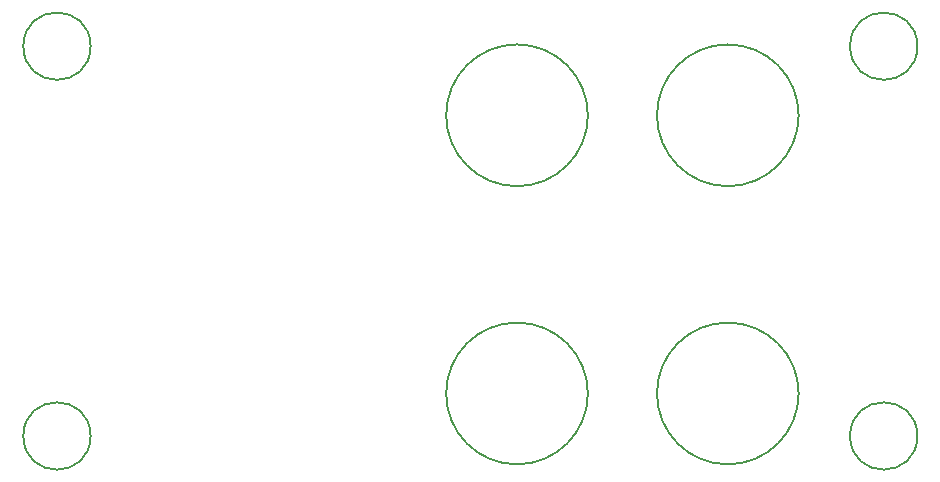
<source format=gbr>
%TF.GenerationSoftware,KiCad,Pcbnew,8.0.3*%
%TF.CreationDate,2024-06-22T23:36:34-05:00*%
%TF.ProjectId,Ematch2,456d6174-6368-4322-9e6b-696361645f70,rev?*%
%TF.SameCoordinates,Original*%
%TF.FileFunction,Other,Comment*%
%FSLAX46Y46*%
G04 Gerber Fmt 4.6, Leading zero omitted, Abs format (unit mm)*
G04 Created by KiCad (PCBNEW 8.0.3) date 2024-06-22 23:36:34*
%MOMM*%
%LPD*%
G01*
G04 APERTURE LIST*
%ADD10C,0.150000*%
G04 APERTURE END LIST*
D10*
%TO.C,CLIP1*%
X154950000Y-76850000D02*
G75*
G02*
X142950000Y-76850000I-6000000J0D01*
G01*
X142950000Y-76850000D02*
G75*
G02*
X154950000Y-76850000I6000000J0D01*
G01*
%TO.C,CLIP4*%
X172800000Y-100400000D02*
G75*
G02*
X160800000Y-100400000I-6000000J0D01*
G01*
X160800000Y-100400000D02*
G75*
G02*
X172800000Y-100400000I6000000J0D01*
G01*
%TO.C,REF\u002A\u002A*%
X182850000Y-104000000D02*
G75*
G02*
X177150000Y-104000000I-2850000J0D01*
G01*
X177150000Y-104000000D02*
G75*
G02*
X182850000Y-104000000I2850000J0D01*
G01*
%TO.C,CLIP2*%
X172800000Y-76850000D02*
G75*
G02*
X160800000Y-76850000I-6000000J0D01*
G01*
X160800000Y-76850000D02*
G75*
G02*
X172800000Y-76850000I6000000J0D01*
G01*
%TO.C,CLIP3*%
X154950000Y-100400000D02*
G75*
G02*
X142950000Y-100400000I-6000000J0D01*
G01*
X142950000Y-100400000D02*
G75*
G02*
X154950000Y-100400000I6000000J0D01*
G01*
%TO.C,REF\u002A\u002A*%
X182850000Y-71000000D02*
G75*
G02*
X177150000Y-71000000I-2850000J0D01*
G01*
X177150000Y-71000000D02*
G75*
G02*
X182850000Y-71000000I2850000J0D01*
G01*
X112850000Y-71000000D02*
G75*
G02*
X107150000Y-71000000I-2850000J0D01*
G01*
X107150000Y-71000000D02*
G75*
G02*
X112850000Y-71000000I2850000J0D01*
G01*
X112850000Y-104000000D02*
G75*
G02*
X107150000Y-104000000I-2850000J0D01*
G01*
X107150000Y-104000000D02*
G75*
G02*
X112850000Y-104000000I2850000J0D01*
G01*
%TD*%
M02*

</source>
